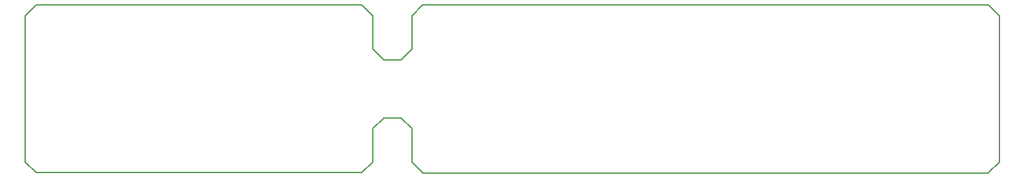
<source format=gbr>
%TF.GenerationSoftware,KiCad,Pcbnew,(5.1.8)-1*%
%TF.CreationDate,2021-01-23T22:08:16+01:00*%
%TF.ProjectId,ISA_INTERCONNECT,4953415f-494e-4544-9552-434f4e4e4543,rev?*%
%TF.SameCoordinates,Original*%
%TF.FileFunction,Profile,NP*%
%FSLAX46Y46*%
G04 Gerber Fmt 4.6, Leading zero omitted, Abs format (unit mm)*
G04 Created by KiCad (PCBNEW (5.1.8)-1) date 2021-01-23 22:08:16*
%MOMM*%
%LPD*%
G01*
G04 APERTURE LIST*
%TA.AperFunction,Profile*%
%ADD10C,0.200000*%
%TD*%
G04 APERTURE END LIST*
D10*
X115160000Y-78670000D02*
X115160000Y-74070000D01*
X113660000Y-88170000D02*
X111260000Y-88170000D01*
X113660000Y-80170001D02*
X115160000Y-78670000D01*
X109760000Y-89670000D02*
X109760000Y-94270000D01*
X61760000Y-94270001D02*
X61760000Y-74070000D01*
X115160000Y-74070000D02*
X116660000Y-72570000D01*
X109760000Y-78670000D02*
X111260000Y-80170001D01*
X115160000Y-94270000D02*
X115160000Y-89670000D01*
X196260000Y-74070000D02*
X196260000Y-94270001D01*
X111260000Y-88170000D02*
X109760000Y-89670000D01*
X63260000Y-95770000D02*
X61760000Y-94270001D01*
X116660000Y-95770000D02*
X115160000Y-94270000D01*
X63260000Y-72570000D02*
X108260000Y-72570000D01*
X108260000Y-72570000D02*
X109760000Y-74070000D01*
X108260000Y-95770000D02*
X63260000Y-95770000D01*
X111260000Y-80170001D02*
X113660000Y-80170001D01*
X115160000Y-89670000D02*
X113660000Y-88170000D01*
X116660000Y-72570000D02*
X194760000Y-72570000D01*
X196260000Y-94270001D02*
X194760000Y-95770000D01*
X109760000Y-74070000D02*
X109760000Y-78670000D01*
X194760000Y-72570000D02*
X196260000Y-74070000D01*
X61760000Y-74070000D02*
X63260000Y-72570000D01*
X109760000Y-94270000D02*
X108260000Y-95770000D01*
X194760000Y-95820000D02*
X116660000Y-95820000D01*
M02*

</source>
